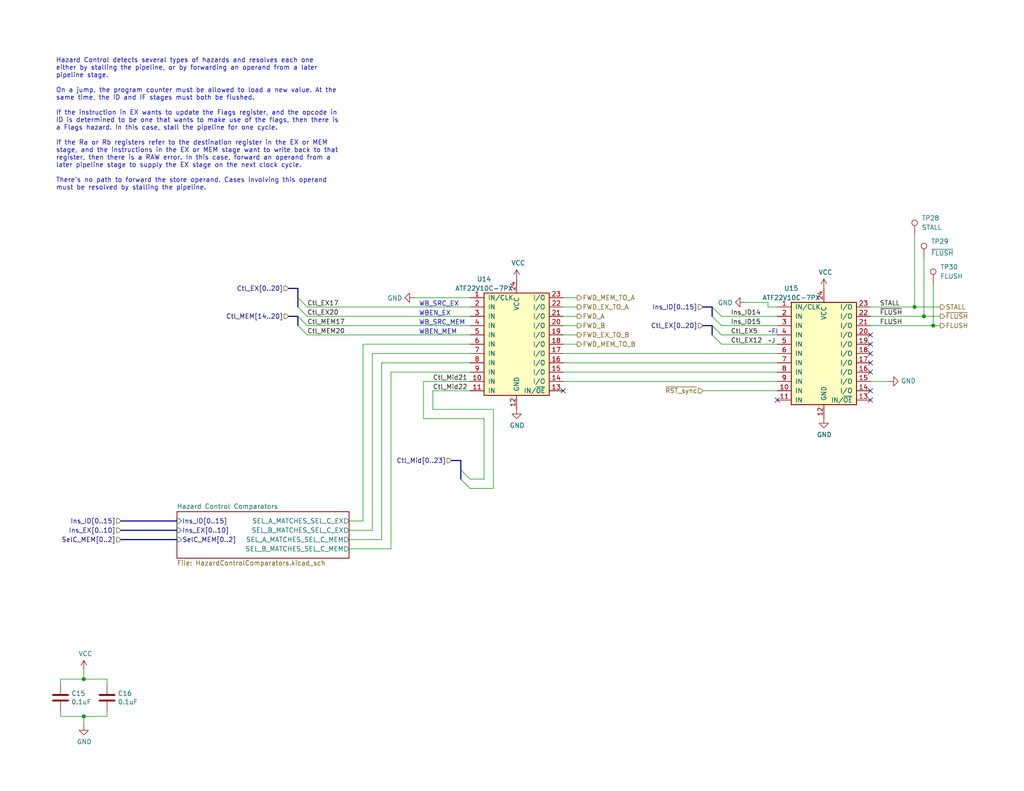
<source format=kicad_sch>
(kicad_sch (version 20230121) (generator eeschema)
  (paper "USLetter")
  (title_block (title "Hazard Control") (date "2023-11-19") (rev "A") (comment 2 "control operand forwarding.") (comment 3 "This may stall the pipeline on a hazard. For RAW hazards, it produces signals to") (comment 4 "Control logic for dealing with pipeline hazards"))
  (lib_symbols
    (symbol "Connector:TestPoint" (pin_numbers hide) (pin_names (offset 0.762) hide)
      (property "Reference" "TP" (at 0 6.858 0))
      (property "Value" "TestPoint" (at 0 5.08 0))
      (symbol "TestPoint_0_1"
        (circle (center 0 3.302) (radius 0.762))
      )
      (symbol "TestPoint_1_1"
        (pin passive line (at 0 0 90) (length 2.54) (name "1") (number "1"))
      )
    )
    (symbol "ControlModule-rescue:ATF22V10C-Logic_Programmable" (pin_names (offset 1.016))
      (property "Reference" "U" (at -7.62 17.78 0))
      (property "Value" "ATF22V10C-Logic_Programmable" (at -7.62 15.24 0))
      (symbol "ATF22V10C-Logic_Programmable_1_1"
        (rectangle (start -8.89 -15.24) (end 8.89 12.7) (stroke (width 0.254)) (fill (type background)))
        (pin input line (at -12.7 11.43 0) (length 3.81) (name "IN/CLK") (number "1"))
        (pin input line (at -12.7 -11.43 0) (length 3.81) (name "IN") (number "10"))
        (pin input line (at -12.7 -13.97 0) (length 3.81) (name "IN") (number "11"))
        (pin power_in line (at 0 -19.05 90) (length 3.81) (name "GND") (number "12"))
        (pin input line (at 12.7 -13.97 180) (length 3.81) (name "IN/~{OE}") (number "13"))
        (pin passive line (at 12.7 -11.43 180) (length 3.81) (name "I/O") (number "14"))
        (pin passive line (at 12.7 -8.89 180) (length 3.81) (name "I/O") (number "15"))
        (pin passive line (at 12.7 -6.35 180) (length 3.81) (name "I/O") (number "16"))
        (pin passive line (at 12.7 -3.81 180) (length 3.81) (name "I/O") (number "17"))
        (pin passive line (at 12.7 -1.27 180) (length 3.81) (name "I/O") (number "18"))
        (pin passive line (at 12.7 1.27 180) (length 3.81) (name "I/O") (number "19"))
        (pin input line (at -12.7 8.89 0) (length 3.81) (name "IN") (number "2"))
        (pin passive line (at 12.7 3.81 180) (length 3.81) (name "I/O") (number "20"))
        (pin passive line (at 12.7 6.35 180) (length 3.81) (name "I/O") (number "21"))
        (pin passive line (at 12.7 8.89 180) (length 3.81) (name "I/O") (number "22"))
        (pin passive line (at 12.7 11.43 180) (length 3.81) (name "I/O") (number "23"))
        (pin power_in line (at 0 16.51 270) (length 3.81) (name "VCC") (number "24"))
        (pin input line (at -12.7 6.35 0) (length 3.81) (name "IN") (number "3"))
        (pin input line (at -12.7 3.81 0) (length 3.81) (name "IN") (number "4"))
        (pin input line (at -12.7 1.27 0) (length 3.81) (name "IN") (number "5"))
        (pin input line (at -12.7 -1.27 0) (length 3.81) (name "IN") (number "6"))
        (pin input line (at -12.7 -3.81 0) (length 3.81) (name "IN") (number "7"))
        (pin input line (at -12.7 -6.35 0) (length 3.81) (name "IN") (number "8"))
        (pin input line (at -12.7 -8.89 0) (length 3.81) (name "IN") (number "9"))
      )
    )
    (symbol "Device:C" (pin_numbers hide) (pin_names (offset 0.254))
      (property "Reference" "C" (at 0.635 2.54 0))
      (property "Value" "C" (at 0.635 -2.54 0))
      (symbol "C_0_1"
        (polyline (pts (xy -2.032 -0.762) (xy 2.032 -0.762)) (stroke (width 0.508)))
        (polyline (pts (xy -2.032 0.762) (xy 2.032 0.762)) (stroke (width 0.508)))
      )
      (symbol "C_1_1"
        (pin passive line (at 0 3.81 270) (length 2.794) (name "~") (number "1"))
        (pin passive line (at 0 -3.81 90) (length 2.794) (name "~") (number "2"))
      )
    )
    (symbol "power:GND" (power) (pin_names (offset 0))
      (property "Value" "GND" (at 0 -3.81 0))
      (symbol "GND_0_1"
        (polyline (pts (xy 0 0) (xy 0 -1.27) (xy 1.27 -1.27) (xy 0 -2.54) (xy -1.27 -1.27) (xy 0 -1.27)))
      )
      (symbol "GND_1_1"
        (pin power_in line (at 0 0 270) (length 0) hide (name "GND") (number "1"))
      )
    )
    (symbol "power:VCC" (power) (pin_names (offset 0))
      (property "Value" "VCC" (at 0 3.81 0))
      (symbol "VCC_0_1"
        (polyline (pts (xy -0.762 1.27) (xy 0 2.54)))
        (polyline (pts (xy 0 0) (xy 0 2.54)))
        (polyline (pts (xy 0 2.54) (xy 0.762 1.27)))
      )
      (symbol "VCC_1_1"
        (pin power_in line (at 0 0 90) (length 0) hide (name "VCC") (number "1"))
      )
    )
  )
  (junction (at 22.86 185.42))
  (junction (at 249.555 83.82))
  (junction (at 252.095 86.36))
  (junction (at 254.635 88.9))
  (junction (at 22.86 195.58))
  (no_connect (at 212.09 109.22))
  (no_connect (at 237.49 109.22))
  (no_connect (at 237.49 93.98))
  (no_connect (at 237.49 91.44))
  (no_connect (at 237.49 106.68))
  (no_connect (at 237.49 99.06))
  (no_connect (at 237.49 101.6))
  (no_connect (at 153.67 106.68))
  (no_connect (at 237.49 96.52))
  (bus_entry (at 128.27 130.81) (size -2.54 -2.54))
  (bus_entry (at 196.85 86.36) (size -2.54 -2.54))
  (bus_entry (at 83.82 83.82) (size -2.54 -2.54))
  (bus_entry (at 194.31 88.9) (size 2.54 2.54))
  (bus_entry (at 81.28 83.82) (size 2.54 2.54))
  (bus_entry (at 194.31 91.44) (size 2.54 2.54))
  (bus_entry (at 83.82 91.44) (size -2.54 -2.54))
  (bus_entry (at 83.82 88.9) (size -2.54 -2.54))
  (bus_entry (at 128.27 133.35) (size -2.54 -2.54))
  (bus_entry (at 196.85 88.9) (size -2.54 -2.54))
  (wire (pts (xy 157.48 88.9) (xy 153.67 88.9)))
  (wire (pts (xy 212.09 99.06) (xy 153.67 99.06)))
  (wire (pts (xy 134.62 133.35) (xy 128.27 133.35)))
  (wire (pts (xy 16.51 185.42) (xy 22.86 185.42)))
  (wire (pts (xy 254.635 88.9) (xy 256.54 88.9)))
  (wire (pts (xy 118.11 111.76) (xy 134.62 111.76)))
  (wire (pts (xy 118.11 106.68) (xy 128.27 106.68)))
  (wire (pts (xy 115.57 114.3) (xy 115.57 104.14)))
  (wire (pts (xy 237.49 104.14) (xy 242.57 104.14)))
  (bus (pts (xy 78.74 86.36) (xy 81.28 86.36)))
  (wire (pts (xy 128.27 99.06) (xy 104.14 99.06)))
  (wire (pts (xy 83.82 91.44) (xy 128.27 91.44)))
  (wire (pts (xy 153.67 96.52) (xy 212.09 96.52)))
  (wire (pts (xy 191.77 106.68) (xy 212.09 106.68)))
  (wire (pts (xy 128.27 101.6) (xy 106.68 101.6)))
  (bus (pts (xy 191.77 88.9) (xy 194.31 88.9)))
  (bus (pts (xy 81.28 81.28) (xy 81.28 83.82)))
  (wire (pts (xy 196.85 93.98) (xy 212.09 93.98)))
  (bus (pts (xy 81.28 86.36) (xy 81.28 88.9)))
  (wire (pts (xy 134.62 111.76) (xy 134.62 133.35)))
  (wire (pts (xy 132.08 114.3) (xy 115.57 114.3)))
  (wire (pts (xy 29.21 185.42) (xy 29.21 186.69)))
  (wire (pts (xy 99.06 142.24) (xy 95.25 142.24)))
  (wire (pts (xy 99.06 93.98) (xy 99.06 142.24)))
  (wire (pts (xy 252.095 86.36) (xy 256.54 86.36)))
  (wire (pts (xy 106.68 101.6) (xy 106.68 149.86)))
  (wire (pts (xy 254.635 77.47) (xy 254.635 88.9)))
  (bus (pts (xy 81.28 78.74) (xy 81.28 81.28)))
  (wire (pts (xy 157.48 83.82) (xy 153.67 83.82)))
  (wire (pts (xy 115.57 104.14) (xy 128.27 104.14)))
  (wire (pts (xy 22.86 198.12) (xy 22.86 195.58)))
  (wire (pts (xy 104.14 147.32) (xy 95.25 147.32)))
  (wire (pts (xy 128.27 81.28) (xy 113.03 81.28)))
  (wire (pts (xy 153.67 101.6) (xy 212.09 101.6)))
  (wire (pts (xy 22.86 195.58) (xy 29.21 195.58)))
  (wire (pts (xy 16.51 186.69) (xy 16.51 185.42)))
  (wire (pts (xy 249.555 64.135) (xy 249.555 83.82)))
  (wire (pts (xy 132.08 130.81) (xy 132.08 114.3)))
  (wire (pts (xy 29.21 195.58) (xy 29.21 194.31)))
  (bus (pts (xy 123.19 125.73) (xy 125.73 125.73)))
  (wire (pts (xy 237.49 83.82) (xy 249.555 83.82)))
  (bus (pts (xy 191.77 83.82) (xy 194.31 83.82)))
  (wire (pts (xy 209.55 82.55) (xy 209.55 83.82)))
  (wire (pts (xy 83.82 86.36) (xy 128.27 86.36)))
  (bus (pts (xy 78.74 78.74) (xy 81.28 78.74)))
  (bus (pts (xy 194.31 88.9) (xy 194.31 91.44)))
  (wire (pts (xy 128.27 96.52) (xy 101.6 96.52)))
  (wire (pts (xy 153.67 91.44) (xy 157.48 91.44)))
  (bus (pts (xy 125.73 125.73) (xy 125.73 128.27)))
  (bus (pts (xy 33.02 147.32) (xy 48.26 147.32)))
  (wire (pts (xy 22.86 185.42) (xy 29.21 185.42)))
  (wire (pts (xy 83.82 88.9) (xy 128.27 88.9)))
  (wire (pts (xy 118.11 106.68) (xy 118.11 111.76)))
  (wire (pts (xy 203.2 82.55) (xy 209.55 82.55)))
  (wire (pts (xy 237.49 86.36) (xy 252.095 86.36)))
  (wire (pts (xy 128.27 93.98) (xy 99.06 93.98)))
  (wire (pts (xy 128.27 130.81) (xy 132.08 130.81)))
  (wire (pts (xy 83.82 83.82) (xy 128.27 83.82)))
  (bus (pts (xy 48.26 142.24) (xy 33.02 142.24)))
  (bus (pts (xy 48.26 144.78) (xy 33.02 144.78)))
  (wire (pts (xy 209.55 83.82) (xy 212.09 83.82)))
  (wire (pts (xy 249.555 83.82) (xy 256.54 83.82)))
  (wire (pts (xy 153.67 86.36) (xy 157.48 86.36)))
  (wire (pts (xy 237.49 88.9) (xy 254.635 88.9)))
  (wire (pts (xy 196.85 88.9) (xy 212.09 88.9)))
  (bus (pts (xy 125.73 128.27) (xy 125.73 130.81)))
  (wire (pts (xy 106.68 149.86) (xy 95.25 149.86)))
  (wire (pts (xy 22.86 182.88) (xy 22.86 185.42)))
  (wire (pts (xy 101.6 96.52) (xy 101.6 144.78)))
  (wire (pts (xy 101.6 144.78) (xy 95.25 144.78)))
  (wire (pts (xy 104.14 99.06) (xy 104.14 147.32)))
  (wire (pts (xy 212.09 91.44) (xy 196.85 91.44)))
  (wire (pts (xy 212.09 104.14) (xy 153.67 104.14)))
  (wire (pts (xy 196.85 86.36) (xy 212.09 86.36)))
  (wire (pts (xy 16.51 195.58) (xy 22.86 195.58)))
  (wire (pts (xy 157.48 93.98) (xy 153.67 93.98)))
  (bus (pts (xy 194.31 83.82) (xy 194.31 86.36)))
  (wire (pts (xy 153.67 81.28) (xy 157.48 81.28)))
  (wire (pts (xy 252.095 70.485) (xy 252.095 86.36)))
  (wire (pts (xy 16.51 194.31) (xy 16.51 195.58)))
  (text "Hazard Control detects several types of hazards and resolves each one\neither by stalling the pipeline, or by forwarding an operand from a later\npipeline stage.\n\nOn a jump, the program counter must be allowed to load a new value. At the\nsame time, the ID and IF stages must both be flushed.\n\nIf the instruction in EX wants to update the Flags register, and the opcode in\nID is determined to be one that wants to make use of the flags, then there is\na Flags hazard. In this case, stall the pipeline for one cycle.\n\nIf the Ra or Rb registers refer to the destination register in the EX or MEM\nstage, and the instructions in the EX or MEM stage want to write back to that\nregister, then there is a RAW error. In this case, forward an operand from a\nlater pipeline stage to supply the EX stage on the next clock cycle.\n\nThere’s no path to forward the store operand. Cases involving this operand\nmust be resolved by stalling the pipeline." (at 15.24 52.07 0) (effects (font (size 1.27 1.27)) (justify left bottom)))
  (text "WBEN_EX" (at 114.3 86.36 0) (effects (font (size 1.27 1.27)) (justify left bottom)))
  (text "WBEN_MEM" (at 114.3 91.44 0) (effects (font (size 1.27 1.27)) (justify left bottom)))
  (text "WB_SRC_EX" (at 114.3 83.82 0) (effects (font (size 1.27 1.27)) (justify left bottom)))
  (text "~J" (at 209.55 93.98 0) (effects (font (size 1.27 1.27)) (justify left bottom)))
  (text "~FI" (at 209.55 91.44 0) (effects (font (size 1.27 1.27)) (justify left bottom)))
  (text "WB_SRC_MEM" (at 114.3 88.9 0) (effects (font (size 1.27 1.27)) (justify left bottom)))
  (label "Ins_ID14" (at 199.39 86.36 0))
  (label "Ctl_MEM20" (at 83.82 91.44 0))
  (label "Ins_ID15" (at 199.39 88.9 0))
  (label "Ctl_Mid21" (at 118.11 104.14 0))
  (label "FLUSH" (at 240.03 88.9 0))
  (label "Ctl_EX12" (at 199.39 93.98 0))
  (label "~{FLUSH}" (at 240.03 86.36 0))
  (label "Ctl_EX5" (at 199.39 91.44 0))
  (label "Ctl_MEM17" (at 83.82 88.9 0))
  (label "STALL" (at 240.03 83.82 0))
  (label "Ctl_EX17" (at 83.82 83.82 0))
  (label "Ctl_Mid22" (at 118.11 106.68 0))
  (label "Ctl_EX20" (at 83.82 86.36 0))
  (hierarchical_label "~{RST_sync}" (shape input) (at 191.77 106.68 180))
  (hierarchical_label "FWD_EX_TO_A" (shape output) (at 157.48 83.82 0))
  (hierarchical_label "FWD_MEM_TO_A" (shape output) (at 157.48 81.28 0))
  (hierarchical_label "FWD_B" (shape output) (at 157.48 88.9 0))
  (hierarchical_label "Ins_ID[0..15]" (shape input) (at 191.77 83.82 180))
  (hierarchical_label "SelC_MEM[0..2]" (shape input) (at 33.02 147.32 180))
  (hierarchical_label "Ctl_EX[0..20]" (shape input) (at 191.77 88.9 180))
  (hierarchical_label "FWD_MEM_TO_B" (shape output) (at 157.48 93.98 0))
  (hierarchical_label "Ctl_Mid[0..23]" (shape input) (at 123.19 125.73 180))
  (hierarchical_label "STALL" (shape output) (at 256.54 83.82 0))
  (hierarchical_label "Ctl_EX[0..20]" (shape input) (at 78.74 78.74 180))
  (hierarchical_label "FLUSH" (shape output) (at 256.54 88.9 0))
  (hierarchical_label "~{FLUSH}" (shape output) (at 256.54 86.36 0))
  (hierarchical_label "Ctl_MEM[14..20]" (shape input) (at 78.74 86.36 180))
  (hierarchical_label "FWD_EX_TO_B" (shape output) (at 157.48 91.44 0))
  (hierarchical_label "Ins_EX[0..10]" (shape input) (at 33.02 144.78 180))
  (hierarchical_label "FWD_A" (shape output) (at 157.48 86.36 0))
  (hierarchical_label "Ins_ID[0..15]" (shape input) (at 33.02 142.24 180))
  (symbol (lib_id "power:VCC") (at 140.97 76.2 0) (unit 1)
    (property "Reference" "#PWR086" (effects hide))
    (property "Value" "VCC" (at 141.4018 71.8058 0))
  )
  (symbol (lib_id "power:GND") (at 140.97 111.76 0) (unit 1)
    (property "Reference" "#PWR087" (effects hide))
    (property "Value" "GND" (at 141.097 116.1542 0))
  )
  (symbol (lib_id "ControlModule-rescue:ATF22V10C-Logic_Programmable") (at 140.97 92.71 0) (unit 1)
    (property "Reference" "U14" (at 132.08 76.2 0))
    (property "Value" "ATF22V10C-7PX" (at 132.08 78.74 0))
    (property "Footprint" "Package_DIP:DIP-24_W7.62mm_Socket" (effects hide))
    (property "Datasheet" "https://www.mouser.com/datasheet/2/268/doc0735-1369018.pdf" (effects hide))
    (property "Mouser" "https://www.mouser.com/ProductDetail/Microchip-Technology-Atmel/ATF22V10C-7PX?qs=%2Fha2pyFadugqFuTUlWvkuaZr7DXQ8Rnu3dOZcKuoHGuPC51te6MYUw%3D%3D" (effects hide))
  )
  (symbol (lib_id "Device:C") (at 16.51 190.5 0) (unit 1)
    (property "Reference" "C15" (at 19.431 189.3316 0) (effects (justify left)))
    (property "Value" "0.1uF" (at 19.431 191.643 0) (effects (justify left)))
    (property "Footprint" "Capacitor_SMD:C_0603_1608Metric_Pad1.08x0.95mm_HandSolder" (effects hide))
    (property "Mouser" "https://www.mouser.com/ProductDetail/963-EMK107B7104KAHT" (effects hide))
  )
  (symbol (lib_id "power:VCC") (at 22.86 182.88 0) (unit 1)
    (property "Reference" "#PWR083" (effects hide))
    (property "Value" "VCC" (at 23.2918 178.4858 0))
  )
  (symbol (lib_id "power:GND") (at 22.86 198.12 0) (unit 1)
    (property "Reference" "#PWR084" (effects hide))
    (property "Value" "GND" (at 22.987 202.5142 0))
  )
  (symbol (lib_id "Device:C") (at 29.21 190.5 0) (unit 1)
    (property "Reference" "C16" (at 32.131 189.3316 0) (effects (justify left)))
    (property "Value" "0.1uF" (at 32.131 191.643 0) (effects (justify left)))
    (property "Footprint" "Capacitor_SMD:C_0603_1608Metric_Pad1.08x0.95mm_HandSolder" (effects hide))
    (property "Mouser" "https://www.mouser.com/ProductDetail/963-EMK107B7104KAHT" (effects hide))
  )
  (symbol (lib_id "power:GND") (at 242.57 104.14 90) (unit 1)
    (property "Reference" "#PWR091" (effects hide))
    (property "Value" "GND" (at 245.8212 104.013 90) (effects (justify right)))
  )
  (symbol (lib_id "power:GND") (at 203.2 82.55 270) (unit 1)
    (property "Reference" "#PWR088" (effects hide))
    (property "Value" "GND" (at 199.9488 82.677 90) (effects (justify right)))
  )
  (symbol (lib_id "power:GND") (at 113.03 81.28 270) (unit 1)
    (property "Reference" "#PWR085" (effects hide))
    (property "Value" "GND" (at 109.7788 81.407 90) (effects (justify right)))
  )
  (symbol (lib_id "ControlModule-rescue:ATF22V10C-Logic_Programmable") (at 224.79 95.25 0) (unit 1)
    (property "Reference" "U15" (at 215.9 78.74 0))
    (property "Value" "ATF22V10C-7PX" (at 215.9 81.28 0))
    (property "Footprint" "Package_DIP:DIP-24_W7.62mm_Socket" (effects hide))
    (property "Datasheet" "https://www.mouser.com/datasheet/2/268/doc0735-1369018.pdf" (effects hide))
    (property "Mouser" "https://www.mouser.com/ProductDetail/Microchip-Technology-Atmel/ATF22V10C-7PX?qs=%2Fha2pyFadugqFuTUlWvkuaZr7DXQ8Rnu3dOZcKuoHGuPC51te6MYUw%3D%3D" (effects hide))
  )
  (symbol (lib_id "power:VCC") (at 224.79 78.74 0) (unit 1)
    (property "Reference" "#PWR089" (effects hide))
    (property "Value" "VCC" (at 225.2218 74.3458 0))
  )
  (symbol (lib_id "power:GND") (at 224.79 114.3 0) (unit 1)
    (property "Reference" "#PWR090" (effects hide))
    (property "Value" "GND" (at 224.917 118.6942 0))
  )
  (symbol (lib_id "Connector:TestPoint") (at 254.635 77.47 0) (unit 1)
    (property "Reference" "TP30" (at 256.54 72.898 0) (effects (justify left)))
    (property "Value" "FLUSH" (at 256.54 75.438 0) (effects (justify left)))
    (property "Footprint" "TestPoint:TestPoint_Pad_D1.0mm" (effects hide))
  )
  (symbol (lib_id "Connector:TestPoint") (at 252.095 70.485 0) (unit 1)
    (property "Reference" "TP29" (at 254 65.9129 0) (effects (justify left)))
    (property "Value" "~{FLUSH}" (at 254 69.0879 0) (effects (justify left)))
    (property "Footprint" "TestPoint:TestPoint_Pad_D1.0mm" (effects hide))
  )
  (symbol (lib_id "Connector:TestPoint") (at 249.555 64.135 0) (unit 1)
    (property "Reference" "TP28" (at 251.46 59.5629 0) (effects (justify left)))
    (property "Value" "STALL" (at 251.46 62.1029 0) (effects (justify left)))
    (property "Footprint" "TestPoint:TestPoint_Pad_D1.0mm" (effects hide))
  )
  (sheet (at 48.26 139.7) (size 46.99 12.7)
    (property "Sheetname" "Hazard Control Comparators" (at 48.26 138.9884 0) (effects (justify left bottom)))
    (property "Sheetfile" "HazardControlComparators.kicad_sch" (at 48.26 152.9846 0) (effects (justify left top)))
    (pin "Ins_ID[0..15]" input (at 48.26 142.24 180))
    (pin "Ins_EX[0..10]" input (at 48.26 144.78 180))
    (pin "SelC_MEM[0..2]" input (at 48.26 147.32 180))
    (pin "SEL_A_MATCHES_SEL_C_EX" output (at 95.25 142.24 0))
    (pin "SEL_B_MATCHES_SEL_C_EX" output (at 95.25 144.78 0))
    (pin "SEL_A_MATCHES_SEL_C_MEM" output (at 95.25 147.32 0))
    (pin "SEL_B_MATCHES_SEL_C_MEM" output (at 95.25 149.86 0))
  )
)
</source>
